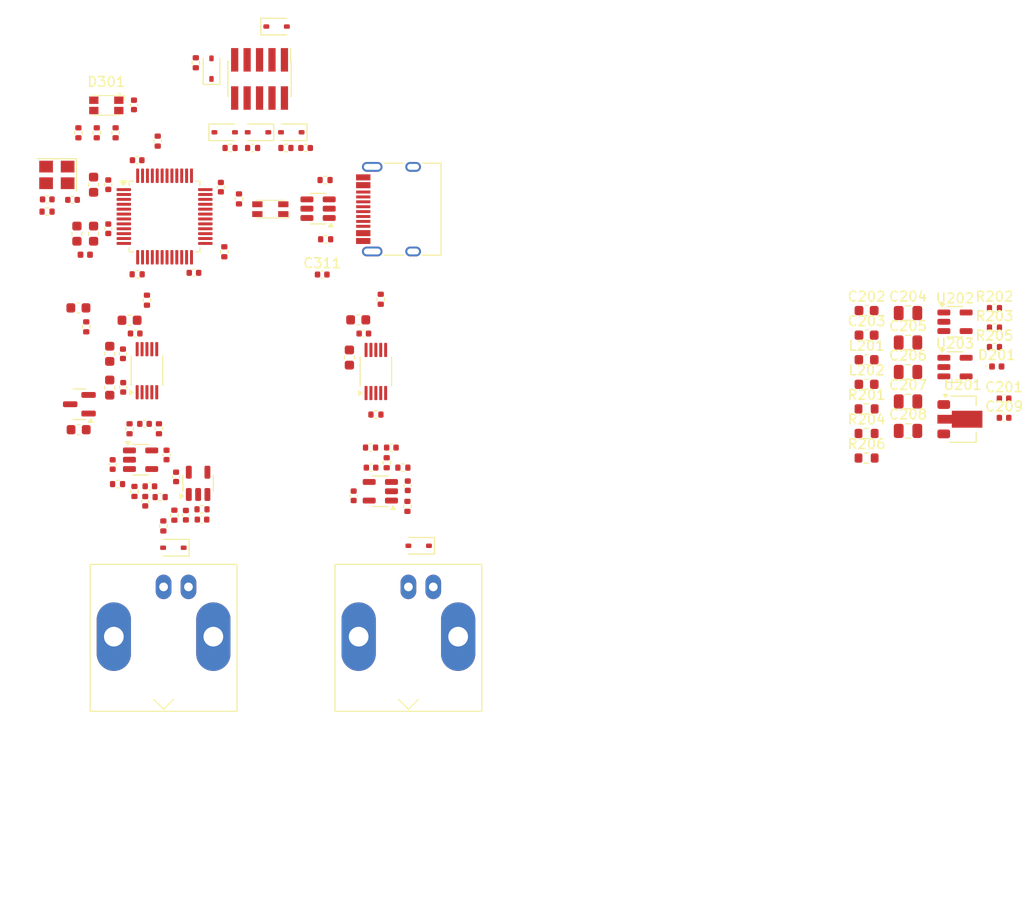
<source format=kicad_pcb>
(kicad_pcb (version 20240108) (generator "pcbnew") (generator_version "8.0")
  (layers (0 "F.Cu" signal) (1 "In1.Cu" power) (2 "In2.Cu" power) (31 "B.Cu" signal) (34 "B.Paste" user) (35 "F.Paste" user) (36 "B.SilkS" user "B.Silkscreen") (37 "F.SilkS" user "F.Silkscreen") (38 "B.Mask" user) (39 "F.Mask" user) (44 "Edge.Cuts" user))
  (net 0 "")
  (net 1 "+3.3VA")
  (net 2 "GND")
  (net 3 "VBUS")
  (net 4 "+5V")
  (net 5 "/Power/+5V_FILT")
  (net 6 "Net-(U202-+)")
  (net 7 "+3.3V")
  (net 8 "/Power/BUCK_FB")
  (net 9 "/MCU/HSE_IN")
  (net 10 "/MCU/XTAL_IN")
  (net 11 "/MCU/NRST")
  (net 12 "/ADC/IN_AA_BUF_OUT")
  (net 13 "Net-(C401-Pad1)")
  (net 14 "/ADC/IN_BUF")
  (net 15 "Net-(C406-Pad1)")
  (net 16 "/ADC/IN_AA_BUF_IN")
  (net 17 "/ADC/ADC_IN-")
  (net 18 "/ADC/ADC_IN+")
  (net 19 "/ADC/ADC_VREF")
  (net 20 "/DAC/OUT_AA_BUF_OUT")
  (net 21 "Net-(C501-Pad1)")
  (net 22 "Net-(C505-Pad1)")
  (net 23 "/DAC/OUT_AA_BUF_IN")
  (net 24 "/DAC/DAC_VREF")
  (net 25 "Net-(D201-K)")
  (net 26 "/MCU/LED_R_k")
  (net 27 "/MCU/LED_B_k")
  (net 28 "/MCU/LED_G_k")
  (net 29 "/MCU/SWDIO_CONN")
  (net 30 "/MCU/SWCLK_CONN")
  (net 31 "/MCU/SWO_CONN")
  (net 32 "/MCU/NRST_CONN")
  (net 33 "/ADC/IN")
  (net 34 "/DAC/IN")
  (net 35 "/MCU/USB_CMC_D-")
  (net 36 "/MCU/USB_D+")
  (net 37 "/MCU/USB_D-")
  (net 38 "/MCU/USB_CMC_D+")
  (net 39 "/MCU/USB_CONN_D-")
  (net 40 "Net-(J301-CC1)")
  (net 41 "/MCU/USB_CONN_D+")
  (net 45 "Net-(J301-CC2)")
  (net 51 "/Power/BUCK_5W")
  (net 52 "/MCU/BOOT0")
  (net 53 "SPI1_NSS")
  (net 54 "/MCU/HSE_OUT")
  (net 55 "SPI2_NSS")
  (net 56 "/MCU/TIM4_CH1")
  (net 57 "/MCU/SWDIO")
  (net 58 "/MCU/TIM4_CH2")
  (net 59 "/MCU/SWCLK")
  (net 60 "/MCU/SWO")
  (net 61 "/MCU/TIM4_CH3")
  (net 62 "VCOM")
  (net 63 "/ADC/IN_BUF_OUT")
  (net 64 "/ADC/ADC_SCLK")
  (net 65 "SPI1_SCK")
  (net 66 "/DAC/DAC_SCLK")
  (net 67 "SPI2_SCK")
  (net 72 "SPI1_MISO")
  (net 79 "SPI2_MOSI")
  (net 83 "DAC_NCLR")
  (net 86 "DAC_NLDAC")
  (net 91 "/ADC/ADC_REF_IN")
  (net 92 "/ADC/IN_RF")
  (net 93 "/DAC/DAC_OUT_A")
  (net 94 "/DAC/DAC_OUT_B")
  (footprint "Package_SO:VSSOP-10_3x3mm_P0.5mm" (layer "F.Cu") (at 122.2 111.745 90)
    (property "Reference" "U403")
    (property "Value" "ADC141S626CIMM_NOPB")
    (pad "1" smd roundrect (at -2.2 -1 90) (size 1.45 0.3) (layers "F.Cu" "F.Paste" "F.Mask") (net 19 "/ADC/ADC_VREF"))
    (pad "2" smd roundrect (at -2.2 -0.499999 90) (size 1.45 0.3) (layers "F.Cu" "F.Paste" "F.Mask") (net 18 "/ADC/ADC_IN+"))
    (pad "3" smd roundrect (at -2.2 0 90) (size 1.45 0.3) (layers "F.Cu" "F.Paste" "F.Mask") (net 17 "/ADC/ADC_IN-"))
    (pad "4" smd roundrect (at -2.2 0.499999 90) (size 1.45 0.3) (layers "F.Cu" "F.Paste" "F.Mask") (net 2 "GND"))
    (pad "5" smd roundrect (at -2.2 1 90) (size 1.45 0.3) (layers "F.Cu" "F.Paste" "F.Mask") (net 2 "GND"))
    (pad "6" smd roundrect (at 2.2 1 90) (size 1.45 0.3) (layers "F.Cu" "F.Paste" "F.Mask") (net 53 "SPI1_NSS"))
    (pad "7" smd roundrect (at 2.2 0.499999 90) (size 1.45 0.3) (layers "F.Cu" "F.Paste" "F.Mask") (net 72 "SPI1_MISO"))
    (pad "8" smd roundrect (at 2.2 0 90) (size 1.45 0.3) (layers "F.Cu" "F.Paste" "F.Mask") (net 64 "/ADC/ADC_SCLK"))
    (pad "9" smd roundrect (at 2.2 -0.499999 90) (size 1.45 0.3) (layers "F.Cu" "F.Paste" "F.Mask") (net 7 "+3.3V"))
    (pad "10" smd roundrect (at 2.2 -1 90) (size 1.45 0.3) (layers "F.Cu" "F.Paste" "F.Mask") (net 1 "+3.3VA"))
  )
  (footprint "Resistor_SMD:R_0402_1005Metric" (layer "F.Cu") (at 127.19 80.3 -90)
    (property "Reference" "R311")
    (property "Value" "49R9")
    (pad "1" smd roundrect (at -0.509999 0 270) (size 0.54 0.64) (layers "F.Cu" "F.Paste" "F.Mask") (net 30 "/MCU/SWCLK_CONN"))
    (pad "2" smd roundrect (at 0.509999 0 270) (size 0.54 0.64) (layers "F.Cu" "F.Paste" "F.Mask") (net 59 "/MCU/SWCLK"))
  )
  (footprint "Missing_Footprints:CMF3216F" (layer "F.Cu") (at 134.8 95.25 180)
    (property "Reference" "FL301")
    (property "Value" "CMF3216F-900-2P-T")
    (pad "1" smd rect (at -1.325 -0.5 90) (size 0.6 1.05) (layers "F.Cu" "F.Paste" "F.Mask") (net 35 "/MCU/USB_CMC_D-"))
    (pad "2" smd rect (at -1.325 0.5 90) (size 0.6 1.05) (layers "F.Cu" "F.Paste" "F.Mask") (net 38 "/MCU/USB_CMC_D+"))
    (pad "3" smd rect (at 1.325 0.5 90) (size 0.6 1.05) (layers "F.Cu" "F.Paste" "F.Mask") (net 36 "/MCU/USB_D+"))
    (pad "4" smd rect (at 1.325 -0.5 90) (size 0.6 1.05) (layers "F.Cu" "F.Paste" "F.Mask") (net 37 "/MCU/USB_D-"))
  )
  (footprint "Resistor_SMD:R_0402_1005Metric" (layer "F.Cu") (at 146.075 104.45 -90)
    (property "Reference" "R505")
    (property "Value" "0R")
    (pad "1" smd roundrect (at -0.509999 0 270) (size 0.54 0.64) (layers "F.Cu" "F.Paste" "F.Mask") (net 67 "SPI2_SCK"))
    (pad "2" smd roundrect (at 0.509999 0 270) (size 0.54 0.64) (layers "F.Cu" "F.Paste" "F.Mask") (net 66 "/DAC/DAC_SCLK"))
  )
  (footprint "Capacitor_SMD:C_0402_1005Metric" (layer "F.Cu") (at 122.5 123.55)
    (property "Reference" "C401")
    (property "Value" "1n")
    (pad "1" smd roundrect (at -0.48 0) (size 0.56 0.62) (layers "F.Cu" "F.Paste" "F.Mask") (net 13 "Net-(C401-Pad1)"))
    (pad "2" smd roundrect (at 0.48 0) (size 0.56 0.62) (layers "F.Cu" "F.Paste" "F.Mask") (net 12 "/ADC/IN_AA_BUF_OUT"))
  )
  (footprint "Resistor_SMD:R_0402_1005Metric" (layer "F.Cu") (at 208.75 107.335)
    (property "Reference" "R203" (at 0 -1.17 0) (layer "F.SilkS"))
    (property "Value" "1k")
    (pad "1" smd roundrect (at -0.51 0) (size 0.54 0.64) (layers "F.Cu" "F.Paste" "F.Mask") (net 2 "GND"))
    (pad "2" smd roundrect (at 0.51 0) (size 0.54 0.64) (layers "F.Cu" "F.Paste" "F.Mask") (net 6 "Net-(U202-+)"))
  )
  (footprint "Capacitor_SMD:C_0402_1005Metric" (layer "F.Cu") (at 129.75 93 -90)
    (property "Reference" "C304")
    (property "Value" "100n")
    (pad "1" smd roundrect (at -0.48 0 270) (size 0.56 0.62) (layers "F.Cu" "F.Paste" "F.Mask") (net 7 "+3.3V"))
    (pad "2" smd roundrect (at 0.48 0 270) (size 0.56 0.62) (layers "F.Cu" "F.Paste" "F.Mask") (net 2 "GND"))
  )
  (footprint "Resistor_SMD:R_0402_1005Metric" (layer "F.Cu") (at 127.825 125.9 180)
    (property "Reference" "R401")
    (property "Value" "2M2")
    (pad "1" smd roundrect (at -0.509999 0 180) (size 0.54 0.64) (layers "F.Cu" "F.Paste" "F.Mask") (net 14 "/ADC/IN_BUF"))
    (pad "2" smd roundrect (at 0.509999 0 180) (size 0.54 0.64) (layers "F.Cu" "F.Paste" "F.Mask") (net 62 "VCOM"))
  )
  (footprint "Capacitor_SMD:C_0402_1005Metric" (layer "F.Cu") (at 121.2 90.25)
    (property "Reference" "C305")
    (property "Value" "100n")
    (pad "1" smd roundrect (at -0.48 0) (size 0.56 0.62) (layers "F.Cu" "F.Paste" "F.Mask") (net 7 "+3.3V"))
    (pad "2" smd roundrect (at 0.48 0) (size 0.56 0.62) (layers "F.Cu" "F.Paste" "F.Mask") (net 2 "GND"))
  )
  (footprint "Resistor_SMD:R_0402_1005Metric" (layer "F.Cu") (at 140.390001 92.275 180)
    (property "Reference" "R304")
    (property "Value" "5k1")
    (pad "1" smd roundrect (at -0.509999 0 180) (size 0.54 0.64) (layers "F.Cu" "F.Paste" "F.Mask") (net 45 "Net-(J301-CC2)"))
    (pad "2" smd roundrect (at 0.509999 0 180) (size 0.54 0.64) (layers "F.Cu" "F.Paste" "F.Mask") (net 2 "GND"))
  )
  (footprint "Resistor_SMD:R_0402_1005Metric" (layer "F.Cu") (at 132.99 89)
    (property "Reference" "R312")
    (property "Value" "49R9")
    (pad "1" smd roundrect (at -0.509999 0) (size 0.54 0.64) (layers "F.Cu" "F.Paste" "F.Mask") (net 31 "/MCU/SWO_CONN"))
    (pad "2" smd roundrect (at 0.509999 0) (size 0.54 0.64) (layers "F.Cu" "F.Paste" "F.Mask") (net 60 "/MCU/SWO"))
  )
  (footprint "Capacitor_SMD:C_0402_1005Metric" (layer "F.Cu") (at 119.75 110.02 -90)
    (property "Reference" "C410")
    (property "Value" "100n")
    (pad "1" smd roundrect (at -0.48 0 270) (size 0.56 0.62) (layers "F.Cu" "F.Paste" "F.Mask") (net 1 "+3.3VA"))
    (pad "2" smd roundrect (at 0.48 0 270) (size 0.56 0.62) (layers "F.Cu" "F.Paste" "F.Mask") (net 2 "GND"))
  )
  (footprint "Capacitor_SMD:C_0402_1005Metric" (layer "F.Cu") (at 145.084998 121.645 180)
    (property "Reference" "C501")
    (property "Value" "1n")
    (pad "1" smd roundrect (at -0.48 0 180) (size 0.56 0.62) (layers "F.Cu" "F.Paste" "F.Mask") (net 21 "Net-(C501-Pad1)"))
    (pad "2" smd roundrect (at 0.48 0 180) (size 0.56 0.62) (layers "F.Cu" "F.Paste" "F.Mask") (net 20 "/DAC/OUT_AA_BUF_OUT"))
  )
  (footprint "Capacitor_SMD:C_0805_2012Metric" (layer "F.Cu") (at 199.92 111.875)
    (property "Reference" "C206" (at 0 -1.68 0) (layer "F.SilkS"))
    (property "Value" "22u")
    (pad "1" smd roundrect (at -0.95 0) (size 1 1.45) (layers "F.Cu" "F.Paste" "F.Mask") (net 6 "Net-(U202-+)"))
    (pad "2" smd roundrect (at 0.95 0) (size 1 1.45) (layers "F.Cu" "F.Paste" "F.Mask") (net 2 "GND"))
  )
  (footprint "Capacitor_SMD:C_0603_1608Metric" (layer "F.Cu") (at 120.425 106.595 180)
    (property "Reference" "C412")
    (property "Value" "10u")
    (pad "1" smd roundrect (at -0.775 0 180) (size 0.9 0.95) (layers "F.Cu" "F.Paste" "F.Mask") (net 7 "+3.3V"))
    (pad "2" smd roundrect (at 0.775 0 180) (size 0.9 0.95) (layers "F.Cu" "F.Paste" "F.Mask") (net 2 "GND"))
  )
  (footprint "Resistor_SMD:R_0603_1608Metric" (layer "F.Cu") (at 195.69 118.155)
    (property "Reference" "R204" (at 0 -1.43 0) (layer "F.SilkS"))
    (property "Value" "100k")
    (pad "1" smd roundrect (at -0.825 0) (size 0.8 0.95) (layers "F.Cu" "F.Paste" "F.Mask") (net 8 "/Power/BUCK_FB"))
    (pad "2" smd roundrect (at 0.825 0) (size 0.8 0.95) (layers "F.Cu" "F.Paste" "F.Mask") (net 7 "+3.3V"))
  )
  (footprint "Package_TO_SOT_SMD:SOT-23-6" (layer "F.Cu") (at 139.675 95.2 180)
    (property "Reference" "U302")
    (property "Value" "USBLC6-2SC6")
    (pad "1" smd roundrect (at -1.1375 -0.949999 180) (size 1.325 0.6) (layers "F.Cu" "F.Paste" "F.Mask") (net 39 "/MCU/USB_CONN_D-"))
    (pad "2" smd roundrect (at -1.1375 0 180) (size 1.325 0.6) (layers "F.Cu" "F.Paste" "F.Mask") (net 2 "GND"))
    (pad "3" smd roundrect (at -1.1375 0.949999 180) (size 1.325 0.6) (layers "F.Cu" "F.Paste" "F.Mask") (net 41 "/MCU/USB_CONN_D+"))
    (pad "4" smd roundrect (at 1.1375 0.949999 180) (size 1.325 0.6) (layers "F.Cu" "F.Paste" "F.Mask") (net 38 "/MCU/USB_CMC_D+"))
    (pad "5" smd roundrect (at 1.1375 0 180) (size 1.325 0.6) (layers "F.Cu" "F.Paste" "F.Mask") (net 3 "VBUS"))
    (pad "6" smd roundrect (at 1.1375 -0.949999 180) (size 1.325 0.6) (layers "F.Cu" "F.Paste" "F.Mask") (net 35 "/MCU/USB_CMC_D-"))
  )
  (footprint "Capacitor_SMD:C_0603_1608Metric" (layer "F.Cu") (at 142.875 110.4 -90)
    (property "Reference" "C507")
    (property "Value" "1u")
    (pad "1" smd roundrect (at -0.775 0 270) (size 0.9 0.95) (layers "F.Cu" "F.Paste" "F.Mask") (net 24 "/DAC/DAC_VREF"))
    (pad "2" smd roundrect (at 0.775 0 270) (size 0.9 0.95) (layers "F.Cu" "F.Paste" "F.Mask") (net 2 "GND"))
  )
  (footprint "Diode_SMD:D_SOD-323" (layer "F.Cu") (at 133.54 87.4 180)
    (property "Reference" "D305")
    (property "Value" "PESD3V3L1BA,115")
    (pad "1" smd roundrect (at -1.05 0 180) (size 0.6 0.45) (layers "F.Cu" "F.Paste" "F.Mask") (net 2 "GND"))
    (pad "2" smd roundrect (at 1.05 0 180) (size 0.6 0.45) (layers "F.Cu" "F.Paste" "F.Mask") (net 31 "/MCU/SWO_CONN"))
  )
  (footprint "Capacitor_SMD:C_0402_1005Metric" (layer "F.Cu") (at 127.825 126.95)
    (property "Reference" "C404")
    (property "Value" "100n")
    (pad "1" smd roundrect (at -0.48 0) (size 0.56 0.62) (layers "F.Cu" "F.Paste" "F.Mask") (net 92 "/ADC/IN_RF"))
    (pad "2" smd roundrect (at 0.48 0) (size 0.56 0.62) (layers "F.Cu" "F.Paste" "F.Mask") (net 14 "/ADC/IN_BUF"))
  )
  (footprint "Package_TO_SOT_SMD:SOT-23" (layer "F.Cu") (at 115.3 115.17 180)
    (property "Reference" "U404")
    (property "Value" "REF3033A/DBZT")
    (pad "1" smd roundrect (at -0.9375 -0.95 180) (size 1.475 0.6) (layers "F.Cu" "F.Paste" "F.Mask") (net 91 "/ADC/ADC_REF_IN"))
    (pad "2" smd roundrect (at -0.9375 0.95 180) (size 1.475 0.6) (layers "F.Cu" "F.Paste" "F.Mask") (net 19 "/ADC/ADC_VREF"))
    (pad "3" smd roundrect (at 0.937501 0 180) (size 1.475 0.6) (layers "F.Cu" "F.Paste" "F.Mask") (net 2 "GND"))
  )
  (footprint "Resistor_SMD:R_0402_1005Metric" (layer "F.Cu") (at 208.75 105.345)
    (property "Reference" "R202" (at 0 -1.17 0) (layer "F.SilkS"))
    (property "Value" "1k")
    (pad "1" smd roundrect (at -0.51 0) (size 0.54 0.64) (layers "F.Cu" "F.Paste" "F.Mask") (net 6 "Net-(U202-+)"))
    (pad "2" smd roundrect (at 0.51 0) (size 0.54 0.64) (layers "F.Cu" "F.Paste" "F.Mask") (net 1 "+3.3VA"))
  )
  (footprint "Capacitor_SMD:C_0603_1608Metric" (layer "F.Cu") (at 116.75 92.75 90)
    (property "Reference" "C301")
    (property "Value" "10u")
    (pad "1" smd roundrect (at -0.775 0 90) (size 0.9 0.95) (layers "F.Cu" "F.Paste" "F.Mask") (net 7 "+3.3V"))
    (pad "2" smd roundrect (at 0.775 0 90) (size 0.9 0.95) (layers "F.Cu" "F.Paste" "F.Mask") (net 2 "GND"))
  )
  (footprint "Resistor_SMD:R_0402_1005Metric" (layer "F.Cu") (at 148.8 125.6 -90)
    (property "Reference" "R504")
    (property "Value" "49R9")
    (pad "1" smd roundrect (at -0.509999 0 270) (size 0.54 0.64) (layers "F.Cu" "F.Paste" "F.Mask") (net 20 "/DAC/OUT_AA_BUF_OUT"))
    (pad "2" smd roundrect (at 0.509999 0 270) (size 0.54 0.64) (layers "F.Cu" "F.Paste" "F.Mask") (net 34 "/DAC/IN"))
  )
  (footprint "Diode_SMD:D_SOD-323" (layer "F.Cu") (at 149.95 129.625 180)
    (property "Reference" "D501")
    (property "Value" "PESD3V3L1BA,115")
    (pad "1" smd roundrect (at -1.05 0 180) (size 0.6 0.45) (layers "F.Cu" "F.Paste" "F.Mask") (net 2 "GND"))
    (pad "2" smd roundrect (at 1.05 0 180) (size 0.6 0.45) (layers "F.Cu" "F.Paste" "F.Mask") (net 34 "/DAC/IN"))
  )
  (footprint "Resistor_SMD:R_0402_1005Metric" (layer "F.Cu") (at 130.1 99.6 90)
    (property "Reference" "R307")
    (property "Value" "10k")
    (pad "1" smd roundrect (at -0.509999 0 90) (size 0.54 0.64) (layers "F.Cu" "F.Paste" "F.Mask") (net 7 "+3.3V"))
    (pad "2" smd roundrect (at 0.509999 0 90) (size 0.54 0.64) (layers "F.Cu" "F.Paste" "F.Mask") (net 55 "SPI2_NSS"))
  )
  (footprint "Package_TO_SOT_SMD:SOT-23-5" (layer "F.Cu") (at 204.72 106.75)
    (property "Reference" "U202" (at 0 -2.4 0) (layer "F.SilkS"))
    (property "Value" "MCP6001T-E/OT")
    (pad "1" smd roundrect (at -1.1375 -0.95) (size 1.325 0.6) (layers "F.Cu" "F.Paste" "F.Mask") (net 62 "VCOM"))
    (pad "2" smd roundrect (at -1.1375 0) (size 1.325 0.6) (layers "F.Cu" "F.Paste" "F.Mask") (net 2 "GND"))
    (pad "3" smd roundrect (at -1.1375 0.95) (size 1.325 0.6) (layers "F.Cu" "F.Paste" "F.Mask") (net 6 "Net-(U202-+)"))
    (pad "4" smd roundrect (at 1.1375 0.95) (size 1.325 0.6) (layers "F.Cu" "F.Paste" "F.Mask") (net 62 "VCOM"))
    (pad "5" smd roundrect (at 1.1375 -0.95) (size 1.325 0.6) (layers "F.Cu" "F.Paste" "F.Mask") (net 1 "+3.3VA"))
  )
  (footprint "Capacitor_SMD:C_0402_1005Metric" (layer "F.Cu") (at 118.25 92.75 90)
    (property "Reference" "C302")
    (property "Value" "100n")
    (pad "1" smd roundrect (at -0.48 0 90) (size 0.56 0.62) (layers "F.Cu" "F.Paste" "F.Mask") (net 7 "+3.3V"))
    (pad "2" smd roundrect (at 0.48 0 90) (size 0.56 0.62) (layers "F.Cu" "F.Paste" "F.Mask") (net 2 "GND"))
  )
  (footprint "Capacitor_SMD:C_0402_1005Metric" (layer "F.Cu") (at 147.159998 119.594999)
    (property "Reference" "C505")
    (property "Value" "1n")
    (pad "1" smd roundrect (at -0.48 0) (size 0.56 0.62) (layers "F.Cu" "F.Paste" "F.Mask") (net 22 "Net-(C505-Pad1)"))
    (pad "2" smd roundrect (at 0.48 0) (size 0.56 0.62) (layers "F.Cu" "F.Paste" "F.Mask") (net 2 "GND"))
  )
  (footprint "Capacitor_SMD:C_0603_1608Metric" (layer "F.Cu") (at 143.775 106.55)
    (property "Reference" "C502")
    (property "Value" "10u")
    (pad "1" smd roundrect (at -0.775 0) (size 0.9 0.95) (layers "F.Cu" "F.Paste" "F.Mask") (net 2 "GND"))
    (pad "2" smd roundrect (at 0.775 0) (size 0.9 0.95) (layers "F.Cu" "F.Paste" "F.Mask") (net 7 "+3.3V"))
  )
  (footprint "Resistor_SMD:R_0402_1005Metric" (layer "F.Cu") (at 148.334998 121.645)
    (property "Reference" "R503")
    (property "Value" "12k")
    (pad "1" smd roundrect (at -0.509999 0) (size 0.54 0.64) (layers "F.Cu" "F.Paste" "F.Mask") (net 21 "Net-(C501-Pad1)"))
    (pad "2" smd roundrect (at 0.509999 0) (size 0.54 0.64) (layers "F.Cu" "F.Paste" "F.Mask") (net 23 "/DAC/OUT_AA_BUF_IN"))
  )
  (footprint "Resistor_SMD:R_0402_1005Metric" (layer "F.Cu") (at 119.2 123.325 180)
    (property "Reference" "R405")
    (property "Value" "12k")
    (pad "1" smd roundrect (at -0.509999 0 180) (size 0.54 0.64) (layers "F.Cu" "F.Paste" "F.Mask") (net 13 "Net-(C401-Pad1)"))
    (pad "2" smd roundrect (at 0.509999 0 180) (size 0.54 0.64) (layers "F.Cu" "F.Paste" "F.Mask") (net 16 "/ADC/IN_AA_BUF_IN"))
  )
  (footprint "Resistor_SMD:R_0402_1005Metric" (layer "F.Cu") (at 131.6 94.2 -90)
    (property "Reference" "R306")
    (property "Value" "1k5")
    (pad "1" smd roundrect (at -0.509999 0 270) (size 0.54 0.64) (layers "F.Cu" "F.Paste" "F.Mask") (net 7 "+3.3V"))
    (pad "2" smd roundrect (at 0.509999 0 270) (size 0.54 0.64) (layers "F.Cu" "F.Paste" "F.Mask") (net 36 "/MCU/USB_D+"))
  )
  (footprint "Capacitor_SMD:C_0402_1005Metric" (layer "F.Cu") (at 121 107.945 180)
    (property "Reference" "C411")
    (property "Value" "100n")
    (pad "1" smd roundrect (at -0.48 0 180) (size 0.56 0.62) (layers "F.Cu" "F.Paste" "F.Mask") (net 7 "+3.3V"))
    (pad "2" smd roundrect (at 0.48 0 180) (size 0.56 0.62) (layers "F.Cu" "F.Paste" "F.Mask") (net 2 "GND"))
  )
  (footprint "Package_TO_SOT_SMD:SOT-23-5" (layer "F.Cu") (at 127.425 123.25 90)
    (property "Reference" "U401")
    (property "Value" "MCP6001T-E/OT")
    (pad "1" smd roundrect (at -1.1375 -0.949999 90) (size 1.325 0.6) (layers "F.Cu" "F.Paste" "F.Mask") (net 63 "/ADC/IN_BUF_OUT"))
    (pad "2" smd roundrect (at -1.1375 0 90) (size 1.325 0.6) (layers "F.Cu" "F.Paste" "F.Mask") (net 2 "GND"))
    (pad "3" smd roundrect (at -1.1375 0.949999 90) (size 1.325 0.6) (layers "F.Cu" "F.Paste" "F.Mask") (net 14 "/ADC/IN_BUF"))
    (pad "4" smd roundrect (at 1.1375 0.949999 90) (size 1.325 0.6) (layers "F.Cu" "F.Paste" "F.Mask") (net 63 "/ADC/IN_BUF_OUT"))
    (pad "5" smd roundrect (at 1.1375 -0.949999 90) (size 1.325 0.6) (layers "F.Cu" "F.Paste" "F.Mask") (net 1 "+3.3VA"))
  )
  (footprint "Capacitor_SMD:C_0603_1608Metric" (layer "F.Cu") (at 115.225 117.77 180)
    (property "Reference" "C414")
    (property "Value" "10u")
    (pad "1" smd roundrect (at -0.775 0 180) (size 0.9 0.95) (layers "F.Cu" "F.Paste" "F.Mask") (net 91 "/ADC/ADC_REF_IN"))
    (pad "2" smd roundrect (at 0.775 0 180) (size 0.9 0.95) (layers "F.Cu" "F.Paste" "F.Mask") (net 2 "GND"))
  )
  (footprint "Capacitor_SMD:C_0402_1005Metric" (layer "F.Cu") (at 144.35 107.95)
    (property "Reference" "C503")
    (property "Value" "100n")
    (pad "1" smd roundrect (at -0.48 0) (size 0.56 0.62) (layers "F.Cu" "F.Paste" "F.Mask") (net 2 "GND"))
    (pad "2" smd roundrect (at 0.48 0) (size 0.56 0.62) (layers "F.Cu" "F.Paste" "F.Mask") (net 7 "+3.3V"))
  )
  (footprint "Resistor_SMD:R_0402_1005Metric" (layer "F.Cu") (at 117.075 87.45 90)
    (property "Reference" "R313")
    (property "Value" "1k")
    (pad "1" smd roundrect (at -0.509999 0 90) (size 0.54 0.64) (layers "F.Cu" "F.Paste" "F.Mask") (net 61 "/MCU/TIM4_CH3"))
    (pad "2" smd roundrect (at 0.509999 0 90) (size 0.54 0.64) (layers "F.Cu" "F.Paste" "F.Mask") (net 27 "/MCU/LED_B_k"))
  )
  (footprint "Resistor_SMD:R_0402_1005Metric" (layer "F.Cu") (at 123.3 88.3 -90)
    (property "Reference" "R301")
    (property "Value" "10k")
    (pad "1" smd roundrect (at -0.509999 0 270) (size 0.54 0.64) (layers "F.Cu" "F.Paste" "F.Mask") (net 2 "GND"))
    (pad "2" smd roundrect (at 0.509999 0 270) (size 0.54 0.64) (layers "F.Cu" "F.Paste" "F.Mask") (net 52 "/MCU/BOOT0"))
  )
  (footprint "Resistor_SMD:R_0402_1005Metric" (layer "F.Cu") (at 122.2 104.545 90)
    (property "Reference" "R410")
    (property "Value" "0R")
    (pad "1" smd roundrect (at -0.509999 0 90) (size 0.54 0.64) (layers "F.Cu" "F.Paste" "F.Mask") (net 64 "/ADC/ADC_SCLK"))
    (pad "2" smd roundrect (at 0.509999 0 90) (size 0.54 0.64) (layers "F.Cu" "F.Paste" "F.Mask") (net 65 "SPI1_SCK"))
  )
  (footprint "LED_SMD:LED_0402_1005Metric" (layer "F.Cu") (at 208.985 111.315)
    (property "Reference" "D201" (at 0 -1.17 0) (layer "F.SilkS"))
    (property "Value" "GREEN")
    (pad "1" smd roundrect (at -0.485 0) (size 0.59 0.64) (layers "F.Cu" "F.Paste" "F.Mask") (net 25 "Net-(D201-K)"))
    (pad "2" smd roundrect (at 0.485 0) (size 0.59 0.64) (layers "F.Cu" "F.Paste" "F.Mask") (net 7 "+3.3V"))
  )
  (footprint "Resistor_SMD:R_0402_1005Metric" (layer "F.Cu") (at 119 87.45 90)
    (property "Reference" "R308")
    (property "Value" "1k")
    (pad "1" smd roundrect (at -0.509999 0 90) (size 0.54 0.64) (layers "F.Cu" "F.Paste" "F.Mask") (net 56 "/MCU/TIM4_CH1"))
    (pad "2" smd roundrect (at 0.509999 0 90) (size 0.54 0.64) (layers "F.Cu" "F.Paste" "F.Mask") (net 26 "/MCU/LED_R_k"))
  )
  (footprint "Diode_SMD:D_SOD-323" (layer "F.Cu") (at 130.14 87.4)
    (property "Reference" "D303")
    (property "Value" "PESD3V3L1BA,115")
    (pad "1" smd roundrect (at -1.05 0) (size 0.6 0.45) (layers "F.Cu" "F.Paste" "F.Mask") (net 2 "GND"))
    (pad "2" smd roundrect (at 1.05 0) (size 0.6 0.45) (layers "F.Cu" "F.Paste" "F.Mask") (net 29 "/MCU/SWDIO_CONN"))
  )
  (footprint "Resistor_SMD:R_0402_1005Metric" (layer "F.Cu") (at 116 107.265001 -90)
    (property "Reference" "R409")
    (property "Value" "49R9")
    (pad "1" smd roundrect (at -0.509999 0 270) (size 0.54 0.64) (layers "F.Cu" "F.Paste" "F.Mask") (net 4 "+5V"))
    (pad "2" smd roundrect (at 0.509999 0 270) (size 0.54 0.64) (layers "F.Cu" "F.Paste" "F.Mask") (net 91 "/ADC/ADC_REF_IN"))
  )
  (footprint "Connector_USB:USB_C_Receptacle_HRO_TYPE-C-31-M-12" (layer "F.Cu") (at 148.335 95.25 90)
    (property "Reference" "J301")
    (property "Value" "USB_C_Receptacle_USB2.0_16P")
    (pad "" np_thru_hole circle (at -2.89 -2.6 90) (size 0.65 0.65) (drill 0.65) (layers "*.Cu" "*.Mask"))
    (pad "" np_thru_hole circle (at 2.89 -2.6 90) (size 0.65 0.65) (drill 0.65) (layers "*.Cu" "*.Mask"))
    (pad "A1" smd rect (at -3.25 -4.045 90) (size 0.6 1.45) (layers "F.Cu" "F.Paste" "F.Mask") (net 2 "GND"))
    (pad "A4" smd rect (at -2.450001 -4.045 90) (size 0.6 1.45) (layers "F.Cu" "F.Paste" "F.Mask") (net 3 "VBUS"))
    (pad "A5" smd rect (at -1.25 -4.044999 90) (size 0.3 1.45) (layers "F.Cu" "F.Paste" "F.Mask") (net 40 "Net-(J301-CC1)"))
    (pad "A6" smd rect (at -0.25 -4.045 90) (size 0.3 1.45) (layers "F.Cu" "F.Paste" "F.Mask") (net 41 "/MCU/USB_CONN_D+"))
    (pad "A7" smd rect (at 0.25 -4.045 90) (size 0.3 1.45) (layers "F.Cu" "F.Paste" "F.Mask") (net 39 "/MCU/USB_CONN_D-"))
    (pad "A8" smd rect (at 1.25 -4.044999 90) (size 0.3 1.45) (layers "F.Cu" "F.Paste" "F.Mask"))
    (pad "A9" smd rect (at 2.450001 -4.045 90) (size 0.6 1.45) (layers "F.Cu" "F.Paste" "F.Mask") (net 3 "VBUS"))
    (pad "A12" smd rect (at 3.25 -4.045 90) (size 0.6 1.45) (layers "F.Cu" "F.Paste" "F.Mask") (net 2 "GND"))
    (pad "B1" smd rect (at 3.25 -4.045 90) (size 0.6 1.45) (layers "F.Cu" "F.Paste" "F.Mask") (net 2 "GND"))
    (pad "B4" smd rect (at 2.450001 -4.045 90) (size 0.6 1.45) (layers "F.Cu" "F.Paste" "F.Mask") (net 3 "VBUS"))
    (pad "B5" smd rect (at 1.75 -4.045 90) (size 0.3 1.45) (layers "F.Cu" "F.Paste" "F.Mask") (net 45 "Net-(J301-CC2)"))
    (pad "B6" smd rect (at 0.75 -4.045 90) (size 0.3 1.45) (layers "F.Cu" "F.Paste" "F.Mask") (net 41 "/MCU/USB_CONN_D+"))
    (pad "B7" smd rect (at -0.75 -4.045 90) (size 0.3 1.45) (layers "F.Cu" "F.Paste" "F.Mask") (net 39 "/MCU/USB_CONN_D-"))
    (pad "B8" smd rect (at -1.75 -4.045 90) (size 0.3 1.45) (layers "F.Cu" "F.Paste" "F.Mask"))
    (pad "B9" smd rect (at -2.450001 -4.045 90) (size 0.6 1.45) (layers "F.Cu" "F.Paste" "F.Mask") (net 3 "VBUS"))
    (pad "B12" smd rect (at -3.25 -4.045 90) (size 0.6 1.45) (layers "F.Cu" "F.Paste" "F.Mask") (net 2 "GND"))
    (pad "S1" thru_hole oval (at -4.32 -3.13 90) (size 1 2.1) (drill oval 0.6 1.7) (layers "*.Cu" "*.Mask"))
    (pad "S1" thru_hole oval (at -4.32 1.05 90) (size 1 1.6) (drill oval 0.6 1.2) (layers "*.Cu" "*.Mask"))
    (pad "S1" thru_hole oval (at 4.32 -3.13 90) (size 1 2.1) (drill oval 0.6 1.7) (layers "*.Cu" "*.Mask"))
    (pad "S1" thru_hole oval (at 4.32 1.05 90) (size 1 1.6) (drill oval 0.6 1.2) (layers "*.Cu" "*.Mask"))
  )
  (footprint "Capacitor_SMD:C_0402_1005Metric" (layer "F.Cu") (at 118.25 97.25 90)
    (property "Reference" "C306")
    (property "Value" "10n")
    (pad "1" smd roundrect (at -0.48 0 90) (size 0.56 0.62) (layers "F.Cu" "F.Paste" "F.Mask") (net 1 "+3.3VA"))
    (pad "2" smd roundrect (at 0.48 0 90) (size 0.56 0.62) (layers "F.Cu" "F.Paste" "F.Mask") (net 2 "GND"))
  )
  (footprint "Capacitor_SMD:C_0402_1005Metric" (layer "F.Cu") (at 148.834999 123.495 -90)
    (property "Reference" "C506")
    (property "Value" "150p")
    (pad "1" smd roundrect (at -0.48 0 270) (size 0.56 0.62) (layers "F.Cu" "F.Paste" "F.Mask") (net 23 "/DAC/OUT_AA_BUF_IN"))
    (pad "2" smd roundrect (at 0.48 0 270) (size 0.56 0.62) (layers "F.Cu" "F.Paste" "F.Mask") (net 2 "GND"))
  )
  (footprint "Capacitor_SMD:C_0603_1608Metric" (layer "F.Cu") (at 118.4 110.02 -90)
    (property "Reference" "C409")
    (property "Value" "10u")
    (pad "1" smd roundrect (at -0.775 0 270) (size 0.9 0.95) (layers "F.Cu" "F.Paste" "F.Mask") (net 1 "+3.3VA"))
    (pad "2" smd roundrect (at 0.775 0 270) (size 0.9 0.95) (layers "F.Cu" "F.Paste" "F.Mask") (net 2 "GND"))
  )
  (footprint "Capacitor_SMD:C_0402_1005Metric" (layer "F.Cu") (at 121.95 117.175)
    (property "Reference" "C408")
    (property "Value" "150p")
    (pad "1" smd roundrect (at -0.48 0) (size 0.56 0.62) (layers "F.Cu" "F.Paste" "F.Mask") (net 18 "/ADC/ADC_IN+"))
    (pad "2" smd roundrect (at 0.48 0) (size 0.56 0.62) (layers "F.Cu" "F.Paste" "F.Mask") (net 17 "/ADC/ADC_IN-"))
  )
  (footprint "Resistor_SMD:R_0402_1005Metric" (layer "F.Cu") (at 145.584999 116.225)
    (property "Reference" "R506")
    (property "Value" "10k")
    (pad "1" smd roundrect (at -0.51 0) (size 0.54 0.64) (layers "F.Cu" "F.Paste" "F.Mask") (net 94 "/DAC/DAC_OUT_B"))
    (pad "2" smd roundrect (at 0.51 0) (size 0.54 0.64) (layers "F.Cu" "F.Paste" "F.Mask") (net 2 "GND"))
  )
  (footprint "Diode_SMD:D_SOD-323" (layer "F.Cu") (at 136.94 87.4 180)
    (property "Reference" "D306")
    (property "Value" "PESD3V3L1BA,115")
    (pad "1" smd roundrect (at -1.05 0 180) (size 0.6 0.45) (layers "F.Cu" "F.Paste" "F.Mask") (net 2 "GND"))
    (pad "2" smd roundrect (at 1.05 0 180) (size 0.6 0.45) (layers "F.Cu" "F.Paste" "F.Mask") (net 32 "/MCU/NRST_CONN"))
  )
  (footprint "Inductor_SMD:L_0603_1608Metric" (layer "F.Cu") (at 195.69 113.135)
    (property "Reference" "L202" (at 0 -1.43 0) (layer "F.SilkS"))
    (property "Value" "68u")
    (pad "1" smd roundrect (at -0.7875 0) (size 0.875 0.95) (layers "F.Cu" "F.Paste" "F.Mask") (net 51 "/Power/BUCK_5W"))
    (pad "2" smd roundrect (at 0.7875 0) (size 0.875 0.95) (layers "F.Cu" "F.Paste" "F.Mask") (net 7 "+3.3V"))
  )
  (footprint "Capacitor_SMD:C_0402_1005Metric" (layer "F.Cu") (at 119.775 113.445 90)
    (property "Reference" "C416")
    (property "Value" "100n")
    (pad "1" smd roundrect (at -0.48 0 90) (size 0.56 0.62) (layers "F.Cu" "F.Paste" "F.Mask") (net 19 "/ADC/ADC_VREF"))
    (pad "2" smd roundrect (at 0.48 0 90) (size 0.56 0.62) (layers "F.Cu" "F.Paste" "F.Mask") (net 2 "GND"))
  )
  (footprint "Resistor_SMD:R_0402_1005Metric" (layer "F.Cu") (at 123.425 117.675 90)
    (property "Reference" "R408")
    (property "Value" "1k")
    (pad "1" smd roundrect (at -0.509999 0 90) (size 0.54 0.64) (layers "F.Cu" "F.Paste" "F.Mask") (net 62 "VCOM"))
    (pad "2" smd roundrect (at 0.509999 0 90) (size 0.54 0.64) (layers "F.Cu" "F.Paste" "F.Mask") (net 17 "/ADC/ADC_IN-"))
  )
  (footprint "Diode_SMD:D_SOD-323" (layer "F.Cu") (at 135.44 76.6)
    (property "Reference" "D302")
    (property "Value" "PESD3V3L1BA,115")
    (pad "1" smd roundrect (at -1.05 0) (size 0.6 0.45) (layers "F.Cu" "F.Paste" "F.Mask") (net 2 "GND"))
    (pad "2" smd roundrect (at 1.05 0) (size 0.6 0.45) (layers "F.Cu" "F.Paste" "F.Mask") (net 7 "+3.3V"))
  )
  (footprint "Capacitor_SMD:C_0805_2012Metric" (layer "F.Cu") (at 199.92 108.865)
    (property "Reference" "C205" (at 0 -1.68 0) (layer "F.SilkS"))
    (property "Value" "22u")
    (pad "1" smd roundrect (at -0.95 0) (size 1 1.45) (layers "F.Cu" "F.Paste" "F.Mask") (net 1 "+3.3VA"))
    (pad "2" smd roundrect (at 0.95 0) (size 1 1.45) (layers "F.Cu" "F.Paste" "F.Mask") (net 2 "GND"))
  )
  (footprint "Resistor_SMD:R_0402_1005Metric" (layer "F.Cu") (at 146.684998 121.145 -90)
    (property "Reference" "R502")
    (property "Value" "22k")
    (pad "1" smd roundrect (at -0.509999 0 270) (size 0.54 0.64) (layers "F.Cu" "F.Paste" "F.Mask") (net 22 "Net-(C505-Pad1)"))
    (pad "2" smd roundrect (at 0.509999 0 270) (size 0.54 0.64) (layers "F.Cu" "F.Paste" "F.Mask") (net 21 "Net-(C501-Pad1)"))
  )
  (footprint "Resistor_SMD:R_0402_1005Metric" (layer "F.Cu") (at 123.875 127.6 90)
    (property "Reference" "R402")
    (property "Value" "1k")
    (pad "1" smd roundrect (at -0.509999 0 90) (size 0.54 0.64) (layers "F.Cu" "F.Paste" "F.Mask") (net 33 "/ADC/IN"))
    (pad "2" smd roundrect (at 0.509999 0 90) (size 0.54 0.64) (layers "F.Cu" "F.Paste" "F.Mask") (net 92 "/ADC/IN_RF"))
  )
  (footprint "Capacitor_SMD:C_0603_1608Metric" (layer "F.Cu") (at 115.05 97.75 90)
    (property "Reference" "C308")
    (property "Value" "1u")
    (pad "1" smd roundrect (at -0.775 0 90) (size 0.9 0.95) (layers "F.Cu" "F.Paste" "F.Mask") (net 7 "+3.3V"))
    (pad "2" smd roundrect (at 0.775 0 90) (size 0.9 0.95) (layers "F.Cu" "F.Paste" "F.Mask") (net 2 "GND"))
  )
  (footprint "Capacitor_SMD:C_0402_1005Metric" (layer "F.Cu") (at 124.2 120.35 90)
    (property "Reference" "C403")
    (property "Value" "100n")
    (pad "1" smd roundrect (at -0.48 0 90) (size 0.56 0.62) (layers "F.Cu" "F.Paste" "F.Mask") (net 2 "GND"))
    (pad "2" smd roundrect (at 0.48 0 90) (size 0.56 0.62) (layers "F.Cu" "F.Paste" "F.Mask") (net 1 "+3.3VA"))
  )
  (footprint "Package_TO_SOT_SMD:SOT-23-5" (layer "F.Cu") (at 204.72 111.375)
    (property "Reference" "U203" (at 0 -2.4 0) (layer "F.SilkS"))
    (property "Value" "TLV62569DBV")
    (pad "1" smd roundrect (at -1.1375 -0.95) (size 1.325 0.6) (layers "F.Cu" "F.Paste" "F.Mask") (net 4 "+5V"))
    (pad "2" smd roundrect (at -1.1375 0) (size 1.325 0.6) (layers "F.Cu" "F.Paste" "F.Mask") (net 2 "GND"))
    (pad "3" smd roundrect (at -1.1375 0.95) (size 1.325 0.6) (layers "F.Cu" "F.Paste" "F.Mask") (net 51 "/Power/BUCK_5W"))
    (pad "4" smd roundrect (at 1.1375 0.95) (size 1.325 0.6) (layers "F.Cu" "F.Paste" "F.Mask") (net 4 "+5V"))
    (pad "5" smd roundrect (at 1.1375 -0.95) (size 1.325 0.6) (layers "F.Cu" "F.Paste" "F.Mask") (net 8 "/Power/BUCK_FB"))
  )
  (footprint "Capacitor_SMD:C_0805_2012Metric" (layer "F.Cu") (at 199.92 105.855)
    (property "Reference" "C204" (at 0 -1.68 0) (layer "F.SilkS"))
    (property "Value" "22u")
    (pad "1" smd roundrect (at -0.95 0) (size 1 1.45) (layers "F.Cu" "F.Paste" "F.Mask") (net 5 "/Power/+5V_FILT"))
    (pad "2" smd roundrect (at 0.95 0) (size 1 1.45) (layers "F.Cu" "F.Paste" "F.Mask") (net 2 "GND"))
  )
  (footprint "Resistor_SMD:R_0402_1005Metric" (layer "F.Cu") (at 123.55 124.65 180)
    (property "Reference" "R403")
    (property "Value" "6k8")
    (pad "1" smd roundrect (at -0.509999 0 180) (size 0.54 0.64) (layers "F.Cu" "F.Paste" "F.Mask") (net 63 "/ADC/IN_BUF_OUT"))
    (pad "2" smd roundrect (at 0.509999 0 180) (size 0.54 0.64) (layers "F.Cu" "F.Paste" "F.Mask") (net 15 "Net-(C406-Pad1)"))
  )
  (footprint "Diode_SMD:D_SOD-323" (layer "F.Cu") (at 124.9 129.825 180)
    (property "Reference" "D401")
    (property "Value" "PESD3V3L1BA,115")
    (pad "1" smd roundrect (at -1.05 0 180) (size 0.6 0.45) (layers "F.Cu" "F.Paste" "F.Mask") (net 2 "GND"))
    (pad "2" smd roundrect (at 1.05 0 180) (size 0.6 0.45) (layers "F.Cu" "F.Paste" "F.Mask") (net 33 "/ADC/IN"))
  )
  (footprint "Capacitor_SMD:C_0402_1005Metric" (layer "F.Cu") (at 127 101.75 180)
    (property "Reference" "C303")
    (property "Value" "100n")
    (pad "1" smd roundrect (at -0.48 0 180) (size 0.56 0.62) (layers "F.Cu" "F.Paste" "F.Mask") (net 7 "+3.3V"))
    (pad "2" smd roundrect (at 0.48 0 180) (size 0.56 0.62) (layers "F.Cu" "F.Paste" "F.Mask") (net 2 "GND"))
  )
  (footprint "Capacitor_SMD:C_0805_2012Metric" (layer "F.Cu") (at 199.92 117.895)
    (property "Reference" "C208" (at 0 -1.68 0) (layer "F.SilkS"))
    (property "Value" "22u")
    (pad "1" smd roundrect (at -0.95 0) (size 1 1.45) (layers "F.Cu" "F.Paste" "F.Mask") (net 7 "+3.3V"))
    (pad "2" smd roundrect (at 0.95 0) (size 1 1.45) (layers "F.Cu" "F.Paste" "F.Mask") (net 2 "GND"))
  )
  (footprint "Capacitor_SMD:C_0603_1608Metric" (layer "F.Cu") (at 116.75 97.75 90)
    (property "Reference" "C307")
    (property "Value" "1u")
    (pad "1" smd roundrect (at -0.775 0 90) (size 0.9 0.95) (layers "F.Cu" "F.Paste" "F.Mask") (net 1 "+3.3VA"))
    (pad "2" smd roundrect (at 0.775 0 90) (size 0.9 0.95) (layers "F.Cu" "F.Paste" "F.Mask") (net 2 "GND"))
  )
  (footprint "Capacitor_SMD:C_0402_1005Metric" (layer "F.Cu") (at 125.174999 122.587499 90)
    (property "Reference" "C402")
    (property "Value" "100n")
    (pad "1" smd roundrect (at -0.48 0 90) (size 0.56 0.62) (layers "F.Cu" "F.Paste" "F.Mask") (net 2 "GND"))
    (pad "2" smd roundrect (at 0.48 0 90) (size 0.56 0.62) (layers "F.Cu" "F.Paste" "F.Mask") (net 1 "+3.3VA"))
  )
  (footprint "Capacitor_SMD:C_0402_1005Metric" (layer "F.Cu") (at 209.73 114.585)
    (property "Reference" "C201" (at 0 -1.16 0) (layer "F.SilkS"))
    (property "Value" "100n")
    (pad "1" smd roundrect (at -0.48 0) (size 0.56 0.62) (layers "F.Cu" "F.Paste" "F.Mask") (net 2 "GND"))
    (pad "2" smd roundrect (at 0.48 0) (size 0.56 0.62) (layers "F.Cu" "F.Paste" "F.Mask") (net 1 "+3.3VA"))
  )
  (footprint "Capacitor_SMD:C_0402_1005Metric" (layer "F.Cu") (at 126.175 126.5 90)
    (property "Reference" "C405")
    (property "Value" "150p")
    (pad "1" smd roundrect (at -0.48 0 90) (size 0.56 0.62) (layers "F.Cu" "F.Paste" "F.Mask") (net 92 "/ADC/IN_RF"))
    (pad "2" smd roundrect (at 0.48 0 90) (size 0.56 0.62) (layers "F.Cu" "F.Paste" "F.Mask") (net 2 "GND"))
  )
  (footprint "Capacitor_SMD:C_0603_1608Metric" (layer "F.Cu") (at 195.69 108.115)
    (property "Reference" "C203" (at 0 -1.43 0) (layer "F.SilkS"))
    (property "Value" "1u")
    (pad "1" smd roundrect (at -0.775 0) (size 0.9 0.95) (layers "F.Cu" "F.Paste" "F.Mask") (net 4 "+5V"))
    (pad "2" smd roundrect (at 0.775 0) (size 0.9 0.95) (layers "F.Cu" "F.Paste" "F.Mask") (net 2 "GND"))
  )
  (footprint "Connector_Coaxial:BNC_Amphenol_B6252HB-NPP3G-50_Horizontal" (layer "F.Cu") (at 123.9 133.825 180)
    (property "Reference" "J401")
    (property "Value" "DOSIN-801-0031")
    (pad "1" thru_hole oval (at 0 0 180) (size 1.6 2.5) (drill 0.89) (layers "*.Cu" "*.Mask") (net 33 "/ADC/IN"))
    (pad "2" thru_hole oval (at -5.08 -5.08 180) (size 3.5 7) (drill 2.01) (layers "*.Cu" "*.Mask") (net 2 "GND"))
    (pad "2" thru_hole oval (at -2.54 0 180) (size 1.6 2.5) (drill 0.89) (layers "*.Cu" "*.Mask") (net 2 "GND"))
    (pad "2" thru_hole oval (at 5.08 -5.08 180) (size 3.5 7) (drill 2.01) (layers "*.Cu" "*.Mask") (net 2 "GND"))
  )
  (footprint "Resistor_SMD:R_0402_1005Metric" (layer "F.Cu") (at 125 126.5 -90)
    (property "Reference" "R407")
    (property "Value" "2M2")
    (pad "1" smd roundrect (at -0.509999 0 270) (size 0.54 0.64) (layers "F.Cu" "F.Paste" "F.Mask") (net 2 "GND"))
    (pad "2" smd roundrect (at 0.509999 0 270) (size 0.54 0.64) (layers "F.Cu" "F.Paste" "F.Mask") (net 92 "/ADC/IN_RF"))
  )
  (footprint "Capacitor_SMD:C_0402_1005Metric" (layer "F.Cu") (at 143.309998 124.519999 -90)
    (property "Reference" "C504")
    (property "Value" "100n")
    (pad "1" smd roundrect (at -0.48 0 270) (size 0.56 0.62) (layers "F.Cu" "F.Paste" "F.Mask") (net 2 "GND"))
    (pad "2" smd roundrect (at 0.48 0 270) (size 0.56 0.62) (layers "F.Cu" "F.Paste" "F.Mask") (net 1 "+3.3VA"))
  )
  (footprint "Package_TO_SOT_SMD:SOT-23-5" (layer "F.Cu") (at 121.55 120.8375)
    (property "Reference" "U402")
    (property "Value" "MCP6001T-E/OT")
    (pad "1" smd roundrect (at -1.1375 -0.949999) (size 1.325 0.6) (layers "F.Cu" "F.Paste" "F.Mask") (net 12 "/ADC/IN_AA_BUF_OUT"))
    (pad "2" smd roundrect (at -1.1375 0) (size 1.325 0.6) (layers "F.Cu" "F.Paste" "F.Mask") (net 2 "GND"))
    (pad "3" smd roundrect (at -1.1375 0.949999) (size 1.325 0.6) (layers "F.Cu" "F.Paste" "F.Mask") (net 16 "/ADC/IN_AA_BUF_IN"))
    (pad "4" smd roundrect (at 1.1375 0.949999) (size 1.325 0.6) (layers "F.Cu" "F.Paste" "F.Mask") (net 12 "/ADC/IN_AA_BUF_OUT"))
    (pad "5" smd roundrect (at 1.1375 -0.949999) (size 1.325 0.6) (layers "F.Cu" "F.Paste" "F.Mask") (net 1 "+3.3VA"))
  )
  (footprint "Package_TO_SOT_SMD:SOT-89-3" (layer "F.Cu") (at 205.52 116.7)
    (property "Reference" "U201" (at 0 -3.5 0) (layer "F.SilkS"))
    (property "Value" "HT7533-1")
    (pad "1" smd roundrect (at -1.95 -1.5) (size 1.3 0.9) (layers "F.Cu" "F.Paste" "F.Mask") (net 2 "GND"))
    (pad "2" smd custom (at -1.8625 0) (size 1.475 0.9) (layers "F.Cu" "F.Paste" "F.Mask") (net 5 "/Power/+5V_FILT") (options (clearance outline) (anchor rect)) (primitives (gr_poly (pts (xy 3.8625 0.8665) (xy 0.7375 0.8665) (xy 0.7375 -0.8665) (xy 3.8625 -0.8665)) (width 0) (fill yes))))
    (pad "3" smd roundrect (at -1.95 1.5) (size 1.3 0.9) (layers "F.Cu" "F.Paste" "F.Mask") (net 1 "+3.3VA"))
  )
  (footprint "Capacitor_SMD:C_0402_1005Metric" (layer "F.Cu") (at 112.02 94.25)
    (property "Reference" "C310")
    (property "Value" "10p")
    (pad "1" smd roundrect (at -0.48 0) (size 0.56 0.62) (layers "F.Cu" "F.Paste" "F.Mask") (net 10 "/MCU/XTAL_IN"))
    (pad "2" smd roundrect (at 0.48 0) (size 0.56 0.62) (layers "F.Cu" "F.Paste" "F.Mask") (net 2 "GND"))
  )
  (footprint "Resistor_SMD:R_0603_1608Metric" (layer "F.Cu") (at 195.69 120.665)
    (property "Reference" "R206" (at 0 -1.43 0) (layer "F.SilkS"))
    (property "Value" "22k")
    (pad "1" smd roundrect (at -0.825 0) (size 0.8 0.95) (layers "F.Cu" "F.Paste" "F.Mask") (net 2 "GND"))
    (pad "2" smd roundrect (at 0.825 0) (size 0.8 0.95) (layers "F.Cu" "F.Paste" "F.Mask") (net 8 "/Power/BUCK_FB"))
  )
  (footprint "Resistor_SMD:R_0402_1005Metric" (layer "F.Cu") (at 136.39 89)
    (property "Reference" "R314")
    (property "Value" "49R9")
    (pad "1" smd roundrect (at -0.51 0) (size 0.54 0.64) (layers "F.Cu" "F.Paste" "F.Mask") (net 32 "/MCU/NRST_CONN"))
    (pad "2" smd roundrect (at 0.51 0) (size 0.54 0.64) (layers "F.Cu" "F.Paste" "F.Mask") (net 11 "/MCU/NRST"))
  )
  (footprint "Capacitor_SMD:C_0603_1608Metric" (layer "F.Cu") (at 115.2 105.330002 180)
    (property "Reference" "C413")
    (property "Value" "10u")
    (pad "1" smd roundrect (at -0.775 0 180) (size 0.9 0.95) (layers "F.Cu" "F.Paste" "F.Mask") (net 4 "+5V"))
    (pad "2" smd roundrect (at 0.775 0 180) (size 0.9 0.95) (layers "F.Cu" "F.Paste" "F.Mask") (net 2 "GND"))
  )
  (footprint "Missing_Footprints:E6C1206RGBC3UDA" (layer "F.Cu") (at 118.05 84.65)
    (property "Reference" "D301" (at 0 -2.4 0) (layer "F.SilkS"))
    (property "Value" "LED_RGB_E6C1206RGBC3UDA")
    (pad "1" smd rect (at -1.275 -0.525 270) (size 0.75 0.95) (layers "F.Cu" "F.Paste" "F.Mask") (net 28 "/MCU/LED_G_k"))
    (pad "2" smd rect (at 1.275 -0.525 270) (size 0.75 0.95) (layers "F.Cu" "F.Paste" "F.Mask") (net 7 "+3.3V"))
    (pad "3" smd rect (at 1.275 0.525 270) (size 0.75 0.95) (layers "F.Cu" "F.Paste" "F.Mask") (net 26 "/MCU/LED_R_k"))
    (pad "4" smd rect (at -1.275 0.525 270) (size 0.75 0.95) (layers "F.Cu" "F.Paste" "F.Mask") (net 27 "/MCU/LED_B_k"))
  )
  (footprint "Capacitor_SMD:C_0402_1005Metric" (layer "F.Cu") (at 120.875 84.6 -90)
    (property "Reference" "C312")
    (property "Value" "100n")
    (pad "1" smd roundrect (at -0.48 0 270) (size 0.56 0.62) (layers "F.Cu" "F.Paste" "F.Mask") (net 7 "+3.3V"))
    (pad "2" smd roundrect (at 0.48 0 270) (size 0.56 0.62) (layers "F.Cu" "F.Paste" "F.Mask") (net 2 "GND"))
  )
  (footprint "Capacitor_SMD:C_0402_1005Metric" (layer "F.Cu") (at 122.025 125.075 -90)
    (property "Reference" "C406")
    (property "Value" "1n")
    (pad "1" smd roundrect (at -0.48 0 270) (size 0.56 0.62) (layers "F.Cu" "F.Paste" "F.Mask") (net 15 "Net-(C406-Pad1)"))
    (pad "2" smd roundrect (at 0.48 0 270) (size 0.56 0.62) (layers "F.Cu" "F.Paste" "F.Mask") (net 2 "GND"))
  )
  (footprint "Connector_Coaxial:BNC_Amphenol_B6252HB-NPP3G-50_Horizontal" (layer "F.Cu") (at 148.9 133.825 180)
    (property "Reference" "J501")
    (property "Value" "DOSIN-801-0031")
    (pad "1" thru_hole oval (at 0 0 180) (size 1.6 2.5) (drill 0.89) (layers "*.Cu" "*.Mask") (net 34 "/DAC/IN"))
    (pad "2" thru_hole oval (at -5.08 -5.08 180) (size 3.5 7) (drill 2.01) (layers "*.Cu" "*.Mask") (net 2 "GND"))
    (pad "2" thru_hole oval (at -2.54 0 180) (size 1.6 2.5) (drill 0.89) (layers "*.Cu" "*.Mask") (net 2 "GND"))
    (pad "2" thru_hole oval (at 5.08 -5.08 180) (size 3.5 7) (drill 2.01) (layers "*.Cu" "*.Mask") (net 2 "GND"))
  )
  (footprint "Resistor_SMD:R_0402_1005Metric" (layer "F.Cu") (at 208.75 109.325)
    (property "Reference" "R205" (at 0 -1.17 0) (layer "F.SilkS"))
    (property "Value" "1k")
    (pad "1" smd roundrect (at -0.51 0) (size 0.54 0.64) (layers "F.Cu" "F.Paste" "F.Mask") (net 2 "GND"))
    (pad "2" smd roundrect (at 0.51 0) (size 0.54 0.64) (layers "F.Cu" "F.Paste" "F.Mask") (net 25 "Net-(D201-K)"))
  )
  (footprint "Package_TO_SOT_SMD:SOT-23-5" (layer "F.Cu") (at 146.034998 124.0575 180)
    (property "Reference" "U501")
    (property "Value" "MCP6001T-E/OT")
    (pad "1" smd roundrect (at -1.1375 -0.949999 180) (size 1.325 0.6) (layers "F.Cu" "F.Paste" "F.Mask") (net 20 "/DAC/OUT_AA_BUF_OUT"))
    (pad "2" smd roundrect (at -1.1375 0 180) (size 1.325 0.6) (layers "F.Cu" "F.Paste" "F.Mask") (net 2 "GND"))
    (pad "3" smd roundrect (at -1.1375 0.949999 180) (size 1.325 0.6) (layers "F.Cu" "F.Paste" "F.Mask") (net 23 "/DAC/OUT_AA_BUF_IN"))
    (pad "4" smd roundrect (at 1.1375 0.949999 180) (size 1.325 0.6) (layers "F.Cu" "F.Paste" "F.Mask") (net 20 "/DAC/OUT_AA_BUF_OUT"))
    (pad "5" smd roundrect (at 1.1375 -0.949999 180) (size 1.325 0.6) (layers "F.Cu" "F.Paste" "F.Mask") (net 1 "+3.3VA"))
  )
  (footprint "Resistor_SMD:R_0402_1005Metric" (layer "F.Cu") (at 121.2 101.9)
    (property "Reference" "R302")
    (property "Value" "10k")
    (pad "1" smd roundrect (at -0.51 0) (size 0.54 0.64) (layers "F.Cu" "F.Paste" "F.Mask") (net 7 "+3.3V"))
    (pad "2" smd roundrect (at 0.51 0) (size 0.54 0.64) (layers "F.Cu" "F.Paste" "F.Mask") (net 53 "SPI1_NSS"))
  )
  (footprint "Capacitor_SMD:C_0805_2012Metric" (layer "F.Cu") (at 199.92 114.885)
    (property "Reference" "C207" (at 0 -1.68 0) (layer "F.SilkS"))
    (property "Value" "22u")
    (pad "1" smd roundrect (at -0.95 0) (size 1 1.45) (layers "F.Cu" "F.Paste" "F.Mask") (net 4 "+5V"))
    (pad "2" smd roundrect (at 0.95 0) (size 1 1.45) (layers "F.Cu" "F.Paste" "F.Mask") (net 2 "GND"))
  )
  (footprint "Package_QFP:LQFP-48_7x7mm_P0.5mm" (layer "F.Cu") (at 124 96)
    (property "Reference" "U301")
    (property "Value" "STM32F103CBTx")
    (pad "1" smd roundrect (at -4.1625 -2.75) (size 1.475 0.3) (layers "F.Cu" "F.Paste" "F.Mask") (net 7 "+3.3V"))
    (pad "2" smd roundrect (at -4.1625 -2.25) (size 1.475 0.3) (layers "F.Cu" "F.Paste" "F.Mask"))
    (pad "3" smd roundrect (at -4.1625 -1.75) (size 1.475 0.3) (layers "F.Cu" "F.Paste" "F.Mask"))
    (pad "4" smd roundrect (at -4.1625 -1.25) (size 1.475 0.3) (layers "F.Cu" "F.Paste" "F.Mask"))
    (pad "5" smd roundrect (at -4.1625 -0.75) (size 1.475 0.3) (layers "F.Cu" "F.Paste" "F.Mask") (net 9 "/MCU/HSE_IN"))
    (pad "6" smd roundrect (at -4.1625 -0.25) (size 1.475 0.3) (layers "F.Cu" "F.Paste" "F.Mask") (net 54 "/MCU/HSE_OUT"))
    (pad "7" smd roundrect (at -4.1625 0.25) (size 1.475 0.3) (layers "F.Cu" "F.Paste" "F.Mask") (net 11 "/MCU/NRST"))
    (pad "8" smd roundrect (at -4.1625 0.75) (size 1.475 0.3) (layers "F.Cu" "F.Paste" "F.Mask") (net 2 "GND"))
    (pad "9" smd roundrect (at -4.1625 1.25) (size 1.475 0.3) (layers "F.Cu" "F.Paste" "F.Mask") (net 1 "+3.3VA"))
    (pad "10" smd roundrect (at -4.1625 1.75) (size 1.475 0.3) (layers "F.Cu" "F.Paste" "F.Mask"))
    (pad "11" smd roundrect (at -4.1625 2.25) (size 1.475 0.3) (layers "F.Cu" "F.Paste" "F.Mask"))
    (pad "12" smd roundrect (at -4.1625 2.75) (size 1.475 0.3) (layers "F.Cu" "F.Paste" "F.Mask"))
    (pad "13" smd roundrect (at -2.75 4.1625) (size 0.3 1.475) (layers "F.Cu" "F.Paste" "F.Mask"))
    (pad "14" smd roundrect (at -2.25 4.1625) (size 0.3 1.475) (layers "F.Cu" "F.Paste" "F.Mask") (net 53 "SPI1_NSS"))
    (pad "15" smd roundrect (at -1.75 4.1625) (size 0.3 1.475) (layers "F.Cu" "F.Paste" "F.Mask") (net 65 "SPI1_SCK"))
    (pad "16" smd roundrect (at -1.25 4.1625) (size 0.3 1.475) (layers "F.Cu" "F.Paste" "F.Mask") (net 72 "SPI1_MISO"))
    (pad "17" smd roundrect (at -0.75 4.1625) (size 0.3 1.475) (layers "F.Cu" "F.Paste" "F.Mask"))
    (pad "18" smd roundrect (at -0.25 4.1625) (size 0.3 1.475) (layers "F.Cu" "F.Paste" "F.Mask"))
    (pad "19" smd roundrect (at 0.25 4.1625) (size 0.3 1.475) (layers "F.Cu" "F.Paste" "F.Mask"))
    (pad "20" smd roundrect (at 0.75 4.1625) (size 0.3 1.475) (layers "F.Cu" "F.Paste" "F.Mask"))
    (pad "21" smd roundrect (at 1.25 4.1625) (size 0.3 1.475) (layers "F.Cu" "F.Paste" "F.Mask") (net 83 "DAC_NCLR"))
    (pad "22" smd roundrect (at 1.75 4.1625) (size 0.3 1.475) (layers "F.Cu" "F.Paste" "F.Mask") (net 86 "DAC_NLDAC"))
    (pad "23" smd roundrect (at 2.25 4.1625) (size 0.3 1.475) (layers "F.Cu" "F.Paste" "F.Mask") (net 2 "GND"))
    (pad "24" smd roundrect (at 2.75 4.1625) (size 0.3 1.475) (layers "F.Cu" "F.Paste" "F.Mask") (net 7 "+3.3V"))
    (pad "25" smd roundrect (at 4.1625 2.75) (size 1.475 0.3) (layers "F.Cu" "F.Paste" "F.Mask") (net 55 "SPI2_NSS"))
    (pad "26" smd roundrect (at 4.1625 2.25) (size 1.475 0.3) (layers "F.Cu" "F.Paste" "F.Mask") (net 67 "SPI2_SCK"))
    (pad "27" smd roundrect (at 4.1625 1.75) (size 1.475 0.3) (layers "F.Cu" "F.Paste" "F.Mask"))
    (pad "28" smd roundrect (at 4.1625 1.25) (size 1.475 0.3) (layers "F.Cu" "F.Paste" "F.Mask") (net 79 "SPI2_MOSI"))
    (pad "29" smd roundrect (at 4.1625 0.75) (size 1.475 0.3) (layers "F.Cu" "F.Paste" "F.Mask"))
    (pad "30" smd roundrect (at 4.1625 0.25) (size 1.475 0.3) (layers "F.Cu" "F.Paste" "F.Mask"))
    (pad "31" smd roundrect (at 4.1625 -0.25) (size 1.475 0.3) (layers "F.Cu" "F.Paste" "F.Mask"))
    (pad "32" smd roundrect (at 4.1625 -0.75) (size 1.475 0.3) (layers "F.Cu" "F.Paste" "F.Mask") (net 37 "/MCU/USB_D-"))
    (pad "33" smd roundrect (at 4.1625 -1.25) (size 1.475 0.3) (layers "F.Cu" "F.Paste" "F.Mask") (net 36 "/MCU/USB_D+"))
    (pad "34" smd roundrect (at 4.1625 -1.75) (size 1.475 0.3) (layers "F.Cu" "F.Paste" "F.Mask") (net 57 "/MCU/SWDIO"))
    (pad "35" smd roundrect (at 4.1625 -2.25) (size 1.475 0.3) (layers "F.Cu" "F.Paste" "F.Mask") (net 2 "GND"))
    (pad "36" smd roundrect (at 4.1625 -2.75) (size 1.475 0.3) (layers "F.Cu" "F.Paste" "F.Mask") (net 7 "+3.3V"))
    (pad "37" smd roundrect (at 2.75 -4.1625) (size 0.3 1.475) (layers "F.Cu" "F.Paste" "F.Mask") (net 59 "/MCU/SWCLK"))
    (pad "38" smd roundrect (at 2.25 -4.1625) (size 0.3 1.475) (layers "F.Cu" "F.Paste" "F.Mask"))
    (pad "39" smd roundrect (at 1.75 -4.1625) (size 0.3 1.475) (layers "F.Cu" "F.Paste" "F.Mask") (net 60 "/MCU/SWO"))
    (pad "40" smd roundrect (at 1.25 -4.1625) (size 0.3 1.475) (layers "F.Cu" "F.Paste" "F.Mask"))
    (pad "41" smd roundrect (at 0.75 -4.1625) (size 0.3 1.475) (layers "F.Cu" "F.Paste" "F.Mask"))
    (pad "42" smd roundrect (at 0.25 -4.1625) (size 0.3 1.475) (layers "F.Cu" "F.Paste" "F.Mask") (net 56 "/MCU/TIM4_CH1"))
    (pad "43" smd roundrect (at -0.25 -4.1625) (size 0.3 1.475) (layers "F.Cu" "F.Paste" "F.Mask") (net 58 "/MCU/TIM4_CH2"))
    (pad "44" smd roundrect (at -0.75 -4.1625) (size 0.3 1.475) (layers "F.Cu" "F.Paste" "F.Mask") (net 52 "/MCU/BOOT0"))
    (pad "45" smd roundrect (at -1.25 -4.1625) (size 0.3 1.475) (layers "F.Cu" "F.Paste" "F.Mask") (net 61 "/MCU/TIM4_CH3"))
    (pad "46" smd roundrect (at -1.75 -4.1625) (size 0.3 1.475) (layers "F.Cu" "F.Paste" "F.Mask"))
    (pad "47" smd roundrect (at -2.25 -4.1625) (size 0.3 1.475) (layers "F.Cu" "F.Paste" "F.Mask") (net 2 "GND"))
    (pad "48" smd roundrect (at -2.75 -4.1625) (size 0.3 1.475) (layers "F.Cu" "F.Paste" "F.Mask") (net 7 "+3.3V"))
  )
  (footprint "Capacitor_SMD:C_0603_1608Metric" (layer "F.Cu") (at 118.4 113.47 90)
    (property "Reference" "C415")
    (property "Value" "10u")
    (pad "1" smd roundrect (at -0.775 0 90) (size 0.9 0.95) (layers "F.Cu" "F.Paste" "F.Mask") (net 19 "/ADC/ADC_VREF"))
    (pad "2" smd roundrect (at 0.775 0 90) (size 0.9 0.95) (layers "F.Cu" "F.Paste" "F.Mask") (net 2 "GND"))
  )
  (footprint "Crystal:Crystal_SMD_3225-4Pin_3.2x2.5mm" (layer "F.Cu") (at 113 91.75 180)
    (property "Reference" "Y301")
    (property "Value" "16MHz")
    (pad "1" smd rect (at -1.1 0.85 180) (size 1.4 1.2) (layers "F.Cu" "F.Paste" "F.Mask") (net 9 "/MCU/HSE_IN"))
    (pad "2" smd rect (at 1.1 0.85 180) (size 1.4 1.2) (layers "F.Cu" "F.Paste" "F.Mask") (net 2 "GND"))
    (pad "3" smd rect (at 1.1 -0.85 180) (size 1.4 1.2) (layers "F.Cu" "F.Paste" "F.Mask") (net 10 "/MCU/XTAL_IN"))
    (pad "4" smd rect (at -1.1 -0.85 180) (size 1.4 1.2) (layers "F.Cu" "F.Paste" "F.Mask") (net 2 "GND"))
  )
  (footprint "Inductor_SMD:L_0603_1608Metric" (layer "F.Cu") (at 195.69 110.625)
    (property "Reference" "L201" (at 0 -1.43 0) (layer "F.SilkS"))
    (property "Value" "10n")
    (pad "1" smd roundrect (at -0.7875 0) (size 0.875 0.95) (layers "F.Cu" "F.Paste" "F.Mask") (net 3 "VBUS"))
    (pad "2" smd roundrect (at 0.7875 0) (size 0.875 0.95) (layers "F.Cu" "F.Paste" "F.Mask") (net 4 "+5V"))
  )
  (footprint "Resistor_SMD:R_0603_1608Metric" (layer "F.Cu") (at 195.69 115.645)
    (property "Reference" "R201" (at 0 -1.43 0) (layer "F.SilkS"))
    (property "Value" "10R")
    (pad "1" smd roundrect (at -0.825 0) (size 0.8 0.95) (layers "F.Cu" "F.Paste" "F.Mask") (net 4 "+5V"))
    (pad "2" smd roundrect (at 0.825 0) (size 0.8 0.95) (layers "F.Cu" "F.Paste" "F.Mask") (net 5 "/Power/+5V_FILT"))
  )
  (footprint "Resistor_SMD:R_0402_1005Metric" (layer "F.Cu") (at 115.2 87.45 90)
    (property "Reference" "R310")
    (property "Value" "1k")
    (pad "1" smd roundrect (at -0.509999 0 90) (size 0.54 0.64) (layers "F.Cu" "F.Paste" "F.Mask") (net 58 "/MCU/TIM4_CH2"))
    (pad "2" smd roundrect (at 0.509999 0 90) (size 0.54 0.64) (layers "F.Cu" "F.Paste" "F.Mask") (net 28 "/MCU/LED_G_k"))
  )
  (footprint "Capacitor_SMD:C_0402_1005Metric" (layer "F.Cu") (at 138.4 89)
    (property "Reference" "C313")
    (property "Value" "100n")
    (pad "1" smd roundrect (at -0.48 0) (size 0.56 0.62) (layers "F.Cu" "F.Paste" "F.Mask") (net 11 "/MCU/NRST"))
    (pad "2" smd roundrect (at 0.48 0) (size 0.56 0.62) (layers "F.Cu" "F.Paste" "F.Mask") (net 2 "GND"))
  )
  (footprint "Capacitor_SMD:C_0402_1005Metric" (layer "F.Cu") (at 118.7 121.325 90)
    (property "Reference" "C407")
    (property "Value" "150p")
    (pad "1" smd roundrect (at -0.48 0 90) (size 0.56 0.62) (layers "F.Cu" "F.Paste" "F.Mask") (net 16 "/ADC/IN_AA_BUF_IN"))
    (pad "2" smd roundrect (at 0.48 0 90) (size 0.56 0.62) (layers "F.Cu" "F.Paste" "F.Mask") (net 2 "GND"))
  )
  (footprint "Capacitor_SMD:C_0402_1005Metric" (layer "F.Cu") (at 114.6 94.3 180)
    (property "Reference" "C309")
    (property "Value" "10p")
    (pad "1" smd roundrect (at -0.48 0 180) (size 0.56 0.62) (layers "F.Cu" "F.Paste" "F.Mask") (net 9 "/MCU/HSE_IN"))
    (pad "2" smd roundrect (at 0.48 0 180) (size 0.56 0.62) (layers "F.Cu" "F.Paste" "F.Mask") (net 2 "GND"))
  )
  (footprint "Capacitor_SMD:C_0402_1005Metric" (layer "F.Cu") (at 209.73 116.555)
    (property "Reference" "C209" (at 0 -1.16 0) (layer "F.SilkS"))
    (property "Value" "DNP")
    (pad "1" smd roundrect (at -0.48 0) (size 0.56 0.62) (layers "F.Cu" "F.Paste" "F.Mask") (net 7 "+3.3V"))
    (pad "2" smd roundrect (at 0.48 0) (size 0.56 0.62) (layers "F.Cu" "F.Paste" "F.Mask") (net 8 "/Power/BUCK_FB"))
  )
  (footprint "Capacitor_SMD:C_0603_1608Metric" (layer "F.Cu") (at 195.69 105.605)
    (property "Reference" "C202" (at 0 -1.43 0) (layer "F.SilkS"))
    (property "Value" "1u")
    (pad "1" smd roundrect (at -0.775 0) (size 0.9 0.95) (layers "F.Cu" "F.Paste" "F.Mask") (net 3 "VBUS"))
    (pad "2" smd roundrect (at 0.775 0) (size 0.9 0.95) (layers "F.Cu" "F.Paste" "F.Mask") (net 2 "GND"))
  )
  (footprint "Resistor_SMD:R_0402_1005Metric" (layer "F.Cu") (at 112 95.5)
    (property "Reference" "R305")
    (property "Value" "0R")
    (pad "1" smd roundrect (at -0.51 0) (size 0.54 0.64) (layers "F.Cu" "F.Paste" "F.Mask") (net 10 "/MCU/XTAL_IN"))
    (pad "2" smd roundrect (at 0.51 0) (size 0.54 0.64) (layers "F.Cu" "F.Paste" "F.Mask") (net 54 "/MCU/HSE_OUT"))
  )
  (footprint "Resistor_SMD:R_0402_1005Metric" (layer "F.Cu") (at 120.425 117.675 90)
    (property "Reference" "R406")
    (property "Value" "1k")
    (pad "1" smd roundrect (at -0.509999 0 90) (size 0.54 0.64) (layers "F.Cu" "F.Paste" "F.Mask") (net 12 "/ADC/IN_AA_BUF_OUT"))
    (pad "2" smd roundrect (at 0.509999 0 90) (size 0.54 0.64) (layers "F.Cu" "F.Paste" "F.Mask") (net 18 "/ADC/ADC_IN+"))
  )
  (footprint "Inductor_SMD:L_0402_1005Metric" (layer "F.Cu") (at 115.9 99.9 180)
    (property "Reference" "L301")
    (property "Value" "10n")
    (pad "1" smd roundrect (at -0.485 0 180) (size 0.59 0.64) (layers "F.Cu" "F.Paste" "F.Mask") (net 1 "+3.3VA"))
    (pad "2" smd roundrect (at 0.485 0 180) (size 0.59 0.64) (layers "F.Cu" "F.Paste" "F.Mask") (net 7 "+3.3V"))
  )
  (footprint "Capacitor_SMD:C_0402_1005Metric" (layer "F.Cu") (at 140.1 101.925)
    (property "Reference" "C311" (at 0 -1.16 0) (layer "F.SilkS"))
    (property "Value" "100n")
    (pad "1" smd roundrect (at -0.48 0) (size 0.56 0.62) (layers "F.Cu" "F.Paste" "F.Mask") (net 2 "GND"))
    (pad "2" smd roundrect (at 0.48 0) (size 0.56 0.62) (layers "F.Cu" "F.Paste" "F.Mask") (net 3 "VBUS"))
  )
  (footprint "Resistor_SMD:R_0402_1005Metric" (layer "F.Cu") (at 140.45 98.325 180)
    (property "Reference" "R303")
    (property "Value" "5k1")
    (pad "1" smd roundrect (at -0.509999 0 180) (size 0.54 0.64) (layers "F.Cu" "F.Paste" "F.Mask") (net 40 "Net-(J301-CC1)"))
    (pad "2" smd roundrect (at 0.509999 0 180) (size 0.54 0.64) (layers "F.Cu" "F.Paste" "F.Mask") (net 2 "GND"))
  )
  (footprint "Resistor_SMD:R_0402_1005Metric" (layer "F.Cu") (at 120.925 124.075 90)
    (property "Reference" "R404")
    (property "Value" "22k")
    (pad "1" smd roundrect (at -0.509999 0 90) (size 0.54 0.64) (layers "F.Cu" "F.Paste" "F.Mask") (net 15 "Net-(C406-Pad1)"))
    (pad "2" smd roundrect (at 0.509999 0 90) (size 0.54 0.64) (layers "F.Cu" "F.Paste" "F.Mask") (net 13 "Net-(C401-Pad1)"))
  )
  (footprint "Package_SO:VSSOP-10_3x3mm_P0.5mm" (layer "F.Cu") (at 145.575 111.825 90)
    (property "Reference" "U502")
    (property "Value" "DAC7563TDGSR")
    (pad "1" smd roundrect (at -2.2 -1 90) (size 1.45 0.3) (layers "F.Cu" "F.Paste" "F.Mask") (net 93 "/DAC/DAC_OUT_A"))
    (pad "2" smd roundrect (at -2.2 -0.499999 90) (size 1.45 0.3) (layers "F.Cu" "F.Paste" "F.Mask") (net 94 "/DAC/DAC_OUT_B"))
    (pad "3" smd roundrect (at -2.2 0 90) (size 1.45 0.3) (layers "F.Cu" "F.Paste" "F.Mask") (net 2 "GND"))
    (pad "4" smd roundrect (at -2.2 0.499999 90) (size 1.45 0.3) (layers "F.Cu" "F.Paste" "F.Mask") (net 86 "DAC_NLDAC"))
    (pad "5" smd roundrect (at -2.2 1 90) (size 1.45 0.3) (layers "F.Cu" "F.Paste" "F.Mask") (net 83 "DAC_NCLR"))
    (pad "6" smd roundrect (at 2.2 1 90) (size 1.45 0.3) (layers "F.Cu" "F.Paste" "F.Mask") (net 55 "SPI2_NSS"))
    (pad "7" smd roundrect (at 2.2 0.499999 90) (size 1.45 0.3) (layers "F.Cu" "F.Paste" "F.Mask") (net 66 "/DAC/DAC_SCLK"))
    (pad "8" smd roundrect (at 2.2 0 90) (size 1.45 0.3) (layers "F.Cu" "F.Paste" "F.Mask") (net 79 "SPI2_MOSI"))
    (pad "9" smd roundrect (at 2.2 -0.499999 90) (size 1.45 0.3) (layers "F.Cu" "F.Paste" "F.Mask") (net 7 "+3.3V"))
    (pad "10" smd roundrect (at 2.2 -1 90) (size 1.45 0.3) (layers "F.Cu" "F.Paste" "F.Mask") (net 24 "/DAC/DAC_VREF"))
  )
  (footprint "Resistor_SMD:R_0402_1005Metric" (layer "F.Cu") (at 130.69 89 180)
    (property "Reference" "R309")
    (property "Value" "49R9")
    (pad "1" smd roundrect (at -0.509999 0 180) (size 0.54 0.64) (layers "F.Cu" "F.Paste" "F.Mask") (net 29 "/MCU/SWDIO_CONN"))
    (pad "2" smd roundrect (at 0.509999 0 180) (size 0.54 0.64) (layers "F.Cu" "F.Paste" "F.Mask") (net 57 "/MCU/SWDIO"))
  )
  (footprint "Connector_PinHeader_1.27mm:PinHeader_2x05_P1.27mm_Vertical_SMD" (layer "F.Cu") (at 133.7 81.95 -90)
    (property "Reference" "J302")
    (property "Value" "2x5x1.27mm")
    (pad "1" smd rect (at -1.95 -2.54 270) (size 2.4 0.74) (layers "F.Cu" "F.Paste" "F.Mask") (net 7 "+3.3V"))
    (pad "2" smd rect (at 1.95 -2.54 270) (size 2.4 0.74) (layers "F.Cu" "F.Paste" "F.Mask") (net 2 "GND"))
    (pad "3" smd rect (at -1.95 -1.27 270) (size 2.4 0.74) (layers "F.Cu" "F.Paste" "F.Mask") (net 2 "GND"))
    (pad "4" smd rect (at 1.95 -1.27 270) (size 2.4 0.74) (layers "F.Cu" "F.Paste" "F.Mask"))
    (pad "5" smd rect (at -1.95 0 270) (size 2.4 0.74) (layers "F.Cu" "F.Paste" "F.Mask") (net 2 "GND"))
    (pad "6" smd rect (at 1.95 0 270) (size 2.4 0.74) (layers "F.Cu" "F.Paste" "F.Mask") (net 32 "/MCU/NRST_CONN"))
    (pad "7" smd rect (at -1.95 1.27 270) (size 2.4 0.74) (layers "F.Cu" "F.Paste" "F.Mask"))
    (pad "8" smd rect (at 1.95 1.27 270) (size 2.4 0.74) (layers "F.Cu" "F.Paste" "F.Mask") (net 31 "/MCU/SWO_CONN"))
    (pad "9" smd rect (at -1.95 2.54 270) (size 2.4 0.74) (layers "F.Cu" "F.Paste" "F.Mask") (net 30 "/MCU/SWCLK_CONN"))
    (pad "10" smd rect (at 1.95 2.54 270) (size 2.4 0.74) (layers "F.Cu" "F.Paste" "F.Mask") (net 29 "/MCU/SWDIO_CONN"))
  )
  (footprint "Diode_SMD:D_SOD-323" (layer "F.Cu") (at 128.79 80.9 90)
    (property "Reference" "D304")
    (property "Value" "PESD3V3L1BA,115")
    (pad "1" smd roundrect (at -1.05 0 90) (size 0.6 0.45) (layers "F.Cu" "F.Paste" "F.Mask") (net 2 "GND"))
    (pad "2" smd roundrect (at 1.05 0 90) (size 0.6 0.45) (layers "F.Cu" "F.Paste" "F.Mask") (net 30 "/MCU/SWCLK_CONN"))
  )
  (footprint "Resistor_SMD:R_0402_1005Metric" (layer "F.Cu") (at 145.034998 119.594999)
    (property "Reference" "R501")
    (property "Value" "6k8")
    (pad "1" smd roundrect (at -0.509999 0) (size 0.54 0.64) (layers "F.Cu" "F.Paste" "F.Mask") (net 93 "/DAC/DAC_OUT_A"))
    (pad "2" smd roundrect (at 0.509999 0) (size 0.54 0.64) (layers "F.Cu" "F.Paste" "F.Mask") (net 22 "Net-(C505-Pad1)"))
  )
)
</source>
